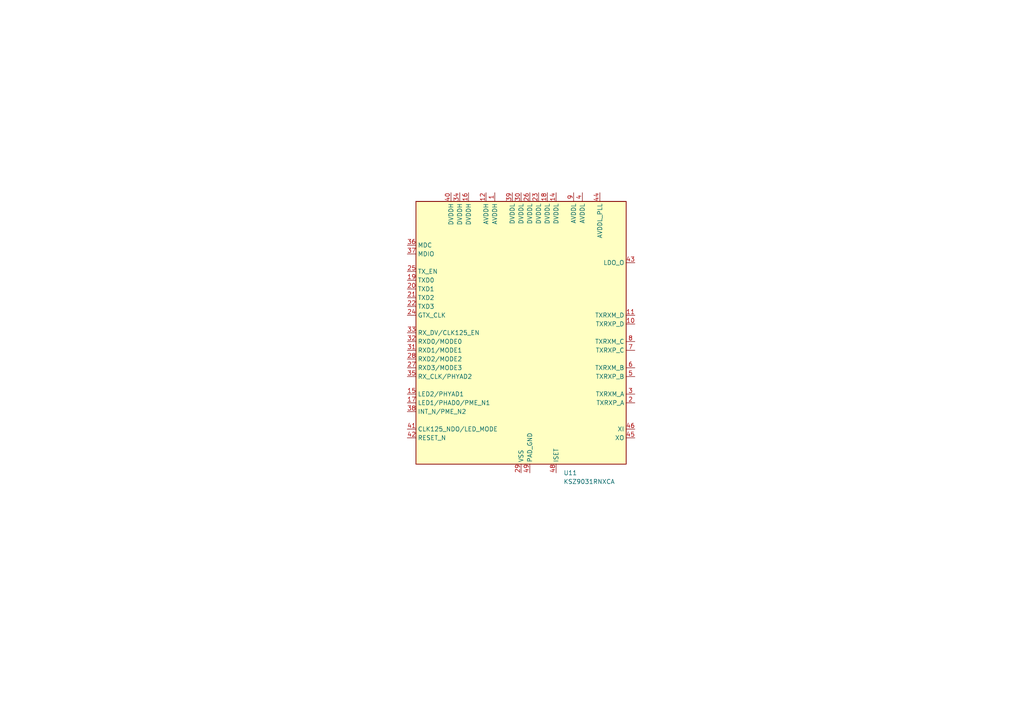
<source format=kicad_sch>
(kicad_sch (version 20250114) (generator "eeschema") (generator_version "9.0")
  (paper "A4")
  (lib_symbols
    (symbol "Interface_Ethernet:KSZ9031RNXCA"
      (property "Reference" "U" (at -26.67 39.37 0))
      (property "Value" "KSZ9031RNXCA" (at 39.37 39.37 0))
      (symbol "KSZ9031RNXCA_0_1"
        (rectangle (start -30.48 38.1) (end 30.48 -38.1) (stroke (width 0.254)) (fill (type background)))
      )
      (symbol "KSZ9031RNXCA_1_1"
        (pin input line (at -33.02 25.4 0) (length 2.54) (name "MDC") (number "36"))
        (pin input line (at -33.02 22.86 0) (length 2.54) (name "MDIO") (number "37"))
        (pin input line (at -33.02 17.78 0) (length 2.54) (name "TX_EN") (number "25"))
        (pin input line (at -33.02 15.24 0) (length 2.54) (name "TXD0") (number "19"))
        (pin input line (at -33.02 12.7 0) (length 2.54) (name "TXD1") (number "20"))
        (pin input line (at -33.02 10.16 0) (length 2.54) (name "TXD2") (number "21"))
        (pin input line (at -33.02 7.62 0) (length 2.54) (name "TXD3") (number "22"))
        (pin input line (at -33.02 5.08 0) (length 2.54) (name "GTX_CLK") (number "24"))
        (pin input line (at -33.02 0 0) (length 2.54) (name "RX_DV/CLK125_EN") (number "33"))
        (pin input line (at -33.02 -2.54 0) (length 2.54) (name "RXD0/MODE0") (number "32"))
        (pin input line (at -33.02 -5.08 0) (length 2.54) (name "RXD1/MODE1") (number "31"))
        (pin input line (at -33.02 -7.62 0) (length 2.54) (name "RXD2/MODE2") (number "28"))
        (pin input line (at -33.02 -10.16 0) (length 2.54) (name "RXD3/MODE3") (number "27"))
        (pin input line (at -33.02 -12.7 0) (length 2.54) (name "RX_CLK/PHYAD2") (number "35"))
        (pin bidirectional line (at -33.02 -17.78 0) (length 2.54) (name "LED2/PHYAD1") (number "15"))
        (pin bidirectional line (at -33.02 -20.32 0) (length 2.54) (name "LED1/PHAD0/PME_N1") (number "17"))
        (pin input line (at -33.02 -22.86 0) (length 2.54) (name "INT_N/PME_N2") (number "38"))
        (pin input line (at -33.02 -27.94 0) (length 2.54) (name "CLK125_NDO/LED_MODE") (number "41"))
        (pin input line (at -33.02 -30.48 0) (length 2.54) (name "RESET_N") (number "42"))
        (pin power_in line (at -20.32 40.64 270) (length 2.54) (name "DVDDH") (number "40"))
        (pin power_in line (at -17.78 40.64 270) (length 2.54) (name "DVDDH") (number "34"))
        (pin power_in line (at -15.24 40.64 270) (length 2.54) (name "DVDDH") (number "16"))
        (pin power_in line (at -10.16 40.64 270) (length 2.54) (name "AVDDH") (number "12"))
        (pin power_in line (at -7.62 40.64 270) (length 2.54) (name "AVDDH") (number "1"))
        (pin power_in line (at -2.54 40.64 270) (length 2.54) (name "DVDDL") (number "39"))
        (pin power_in line (at 0 40.64 270) (length 2.54) (name "DVDDL") (number "30"))
        (pin power_in line (at 0 -40.64 90) (length 2.54) (name "VSS") (number "29"))
        (pin power_in line (at 2.54 40.64 270) (length 2.54) (name "DVDDL") (number "26"))
        (pin power_in line (at 2.54 -40.64 90) (length 2.54) (name "PAD_GND") (number "49"))
        (pin power_in line (at 5.08 40.64 270) (length 2.54) (name "DVDDL") (number "23"))
        (pin power_in line (at 7.62 40.64 270) (length 2.54) (name "DVDDL") (number "18"))
        (pin power_in line (at 10.16 40.64 270) (length 2.54) (name "DVDDL") (number "14"))
        (pin output line (at 10.16 -40.64 90) (length 2.54) (name "ISET") (number "48"))
        (pin power_in line (at 15.24 40.64 270) (length 2.54) (name "AVDDL") (number "9"))
        (pin power_in line (at 17.78 40.64 270) (length 2.54) (name "AVDDL") (number "4"))
        (pin power_in line (at 22.86 40.64 270) (length 2.54) (name "AVDDL_PLL") (number "44"))
        (pin no_connect line (at 30.48 12.7 180) (length 2.54) (hide yes) (name "NC") (number "13"))
        (pin no_connect line (at 30.48 10.16 180) (length 2.54) (hide yes) (name "NC") (number "47"))
        (pin input line (at 33.02 20.32 180) (length 2.54) (name "LDO_O") (number "43"))
        (pin input line (at 33.02 5.08 180) (length 2.54) (name "TXRXM_D") (number "11"))
        (pin input line (at 33.02 2.54 180) (length 2.54) (name "TXRXP_D") (number "10"))
        (pin input line (at 33.02 -2.54 180) (length 2.54) (name "TXRXM_C") (number "8"))
        (pin input line (at 33.02 -5.08 180) (length 2.54) (name "TXRXP_C") (number "7"))
        (pin input line (at 33.02 -10.16 180) (length 2.54) (name "TXRXM_B") (number "6"))
        (pin input line (at 33.02 -12.7 180) (length 2.54) (name "TXRXP_B") (number "5"))
        (pin input line (at 33.02 -17.78 180) (length 2.54) (name "TXRXM_A") (number "3"))
        (pin input line (at 33.02 -20.32 180) (length 2.54) (name "TXRXP_A") (number "2"))
        (pin input line (at 33.02 -27.94 180) (length 2.54) (name "XI") (number "46"))
        (pin input line (at 33.02 -30.48 180) (length 2.54) (name "XO") (number "45"))
      )
    )
  )
  (symbol (lib_id "Interface_Ethernet:KSZ9031RNXCA") (at 151.13 96.52 0) (unit 1)
    (property "Reference" "U11" (at 163.4333 137.16 0) (effects (justify left)))
    (property "Value" "KSZ9031RNXCA" (at 163.4333 139.7 0) (effects (justify left)))
    (property "Footprint" "Package_DFN_QFN:QFN-48-1EP_7x7mm_P0.5mm_EP5.15x5.15mm" (effects (hide yes)))
    (property "Datasheet" "http://ww1.microchip.com/downloads/en/DeviceDoc/00002117C.pdf" (effects (hide yes)))
    (property "Description" "10/100/1000Mbps Ethernet Transceiver with RGMII Interface, QFN-48" (effects (hide yes)))
    (property "JLCPCB Part #" "C514073" (effects (hide yes)))
  )
)
</source>
